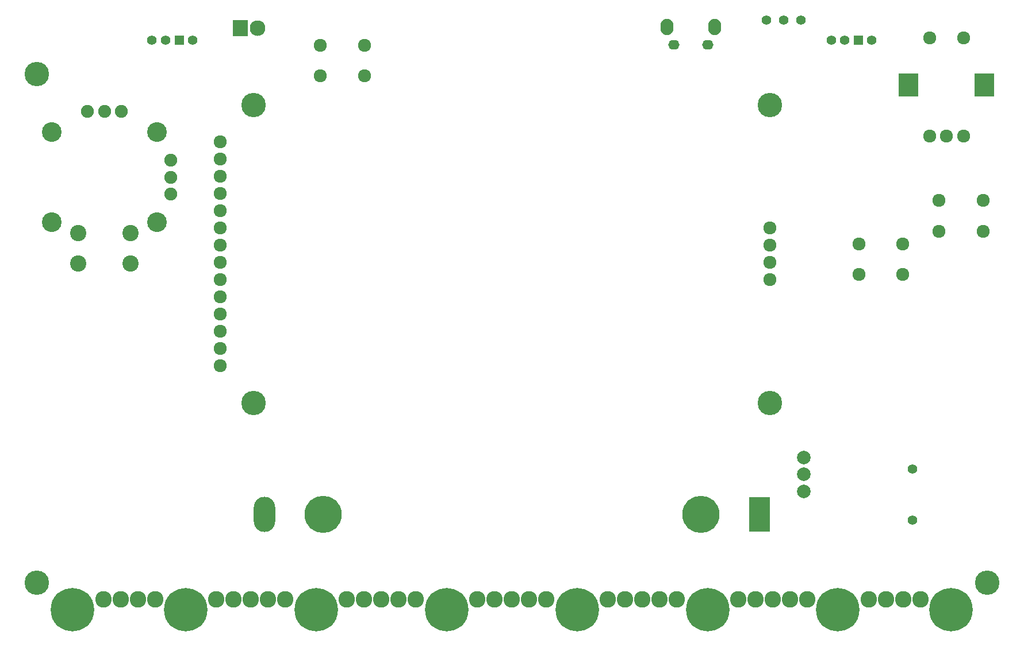
<source format=gbs>
G04 #@! TF.FileFunction,Soldermask,Bot*
%FSLAX46Y46*%
G04 Gerber Fmt 4.6, Leading zero omitted, Abs format (unit mm)*
G04 Created by KiCad (PCBNEW 4.0.4+e1-6308~48~ubuntu16.04.1-stable) date Tue Nov 15 10:08:48 2016*
%MOMM*%
%LPD*%
G01*
G04 APERTURE LIST*
%ADD10C,0.500000*%
%ADD11O,1.924000X1.924000*%
%ADD12C,1.402080*%
%ADD13R,1.402080X1.402080*%
%ADD14O,3.160000X5.200000*%
%ADD15C,5.480000*%
%ADD16R,3.160000X5.200000*%
%ADD17C,2.000000*%
%ADD18C,1.924000*%
%ADD19R,2.900000X3.400000*%
%ADD20C,2.900000*%
%ADD21C,1.900000*%
%ADD22C,2.400000*%
%ADD23R,2.300000X2.400000*%
%ADD24C,2.300000*%
%ADD25C,1.400000*%
%ADD26O,1.900000X2.400000*%
%ADD27O,1.650000X1.400000*%
%ADD28C,3.600000*%
%ADD29C,2.432000*%
%ADD30C,6.400000*%
G04 APERTURE END LIST*
D10*
D11*
X46748800Y89260600D03*
X53251200Y89260600D03*
X46748800Y84739400D03*
X53251200Y84739400D03*
D12*
X23999240Y90000000D03*
D13*
X26000760Y90000000D03*
D12*
X22000260Y90000000D03*
X27999740Y90000000D03*
X123999240Y90000000D03*
D13*
X126000760Y90000000D03*
D12*
X122000260Y90000000D03*
X127999740Y90000000D03*
D14*
X38550000Y20050000D03*
D15*
X102805000Y20050000D03*
X47195000Y20050000D03*
D16*
X111450000Y20050000D03*
D11*
X137858800Y66373000D03*
X144361200Y66373000D03*
X137858800Y61851800D03*
X144361200Y61851800D03*
X126067800Y60002700D03*
X132570200Y60002700D03*
X126067800Y55481500D03*
X132570200Y55481500D03*
D17*
X118000000Y26000000D03*
X118000000Y23500000D03*
X118000000Y28500000D03*
D18*
X136475000Y75900000D03*
X138975000Y75900000D03*
X141475000Y75900000D03*
X136475000Y90400000D03*
X141475000Y90400000D03*
D19*
X133425000Y83400000D03*
X144525000Y83400000D03*
D20*
X22750000Y63150000D03*
X7250000Y63150000D03*
X7250000Y76450000D03*
X22750000Y76450000D03*
D21*
X24750000Y69800000D03*
X24750000Y67300000D03*
X24750000Y72300000D03*
X15000000Y79550000D03*
X17500000Y79550000D03*
X12500000Y79550000D03*
D22*
X18850000Y61550000D03*
X11150000Y61550000D03*
X11150000Y57050000D03*
X18850000Y57050000D03*
D23*
X35000000Y91825000D03*
D24*
X37540000Y91825000D03*
D25*
X134000000Y26800000D03*
X134000000Y19200000D03*
D26*
X104850000Y92000000D03*
X97850000Y92000000D03*
D27*
X103850000Y89300000D03*
X98850000Y89300000D03*
D11*
X32000000Y75000000D03*
X32000000Y72460000D03*
X32000000Y69920000D03*
X32000000Y67380000D03*
X32000000Y64840000D03*
X32000000Y62300000D03*
X32000000Y59760000D03*
X32000000Y57220000D03*
X32000000Y54680000D03*
X32000000Y52140000D03*
X32000000Y49600000D03*
X32000000Y47060000D03*
X32000000Y44520000D03*
X32000000Y41980000D03*
D28*
X36920000Y80490000D03*
X36920000Y36490000D03*
X113000000Y80490000D03*
X113000000Y36490000D03*
D11*
X113000000Y54680000D03*
X113000000Y62300000D03*
X113000000Y59760000D03*
X113000000Y57220000D03*
D29*
X36564000Y7516000D03*
X39104000Y7516000D03*
D30*
X26960000Y6000000D03*
X10292000Y6000000D03*
D29*
X17356000Y7516000D03*
X34024000Y7516000D03*
X22436000Y7516000D03*
X41644000Y7516000D03*
X19896000Y7516000D03*
X31484000Y7516000D03*
X14816000Y7516000D03*
X50692000Y7516000D03*
X69900000Y7516000D03*
X55772000Y7516000D03*
X60852000Y7516000D03*
X58312000Y7516000D03*
X77520000Y7516000D03*
X80060000Y7516000D03*
X72440000Y7516000D03*
X74980000Y7516000D03*
X53232000Y7516000D03*
D30*
X46168000Y6000000D03*
X65376000Y6000000D03*
D29*
X89108000Y7516000D03*
X108316000Y7516000D03*
D30*
X103792000Y6000000D03*
X84584000Y6000000D03*
D29*
X94188000Y7516000D03*
X91648000Y7516000D03*
X99268000Y7516000D03*
X96728000Y7516000D03*
X110856000Y7516000D03*
X113396000Y7516000D03*
X115936000Y7516000D03*
X118476000Y7516000D03*
D30*
X123000000Y6000000D03*
D29*
X127524000Y7516000D03*
X130064000Y7516000D03*
X132604000Y7516000D03*
X135144000Y7516000D03*
D30*
X139668000Y6000000D03*
D28*
X5000000Y85000000D03*
X5000000Y10000000D03*
X145000000Y10000000D03*
D25*
X117540000Y93000000D03*
X115000000Y93000000D03*
X112460000Y93000000D03*
M02*

</source>
